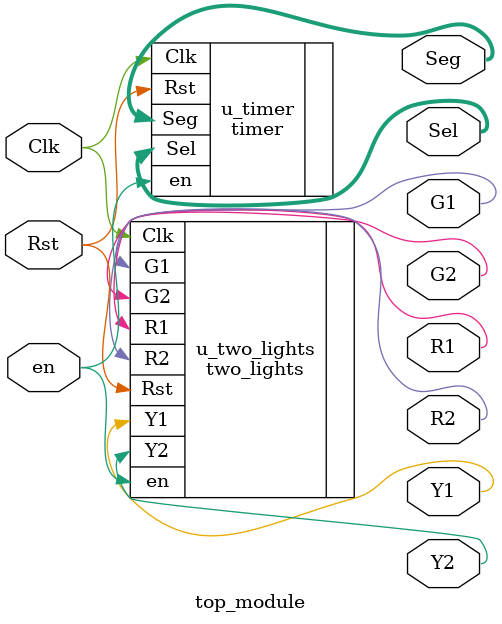
<source format=v>
module top_module(
    input Rst, Clk, en,
    output R1, R2, Y1, Y2, G1, G2,
    output [7:0] Seg,
    output [3:0] Sel
);
    // Instantiate Traffic Light Logic
    two_lights u_two_lights (
        .Clk (Clk),
        .Rst (Rst),
        .en  (en),
        .R1(R1), .R2(R2), .Y1(Y1), .Y2(Y2), .G1(G1), .G2(G2)
    );

    // Instantiate Timer Display Logic
    timer u_timer (
        .Clk (Clk),
        .Rst (Rst),
        .en  (en),
        .Seg (Seg),
        .Sel (Sel)
    );
endmodule
</source>
